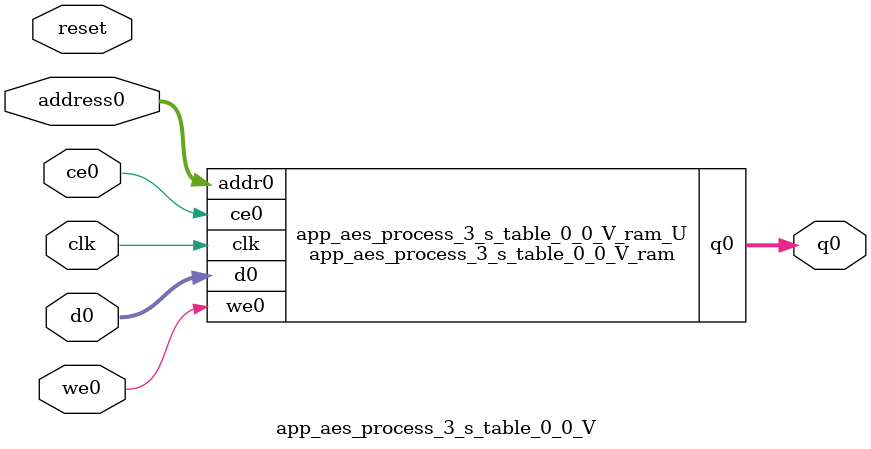
<source format=v>

`timescale 1 ns / 1 ps
module app_aes_process_3_s_table_0_0_V_ram (addr0, ce0, d0, we0, q0,  clk);

parameter DWIDTH = 8;
parameter AWIDTH = 6;
parameter MEM_SIZE = 64;

input[AWIDTH-1:0] addr0;
input ce0;
input[DWIDTH-1:0] d0;
input we0;
output reg[DWIDTH-1:0] q0;
input clk;

(* ram_style = "distributed" *)reg [DWIDTH-1:0] ram[0:MEM_SIZE-1];




always @(posedge clk)  
begin 
    if (ce0) 
    begin
        if (we0) 
        begin 
            ram[addr0] <= d0; 
            q0 <= d0;
        end 
        else 
            q0 <= ram[addr0];
    end
end


endmodule


`timescale 1 ns / 1 ps
module app_aes_process_3_s_table_0_0_V(
    reset,
    clk,
    address0,
    ce0,
    we0,
    d0,
    q0);

parameter DataWidth = 32'd8;
parameter AddressRange = 32'd64;
parameter AddressWidth = 32'd6;
input reset;
input clk;
input[AddressWidth - 1:0] address0;
input ce0;
input we0;
input[DataWidth - 1:0] d0;
output[DataWidth - 1:0] q0;



app_aes_process_3_s_table_0_0_V_ram app_aes_process_3_s_table_0_0_V_ram_U(
    .clk( clk ),
    .addr0( address0 ),
    .ce0( ce0 ),
    .d0( d0 ),
    .we0( we0 ),
    .q0( q0 ));

endmodule


</source>
